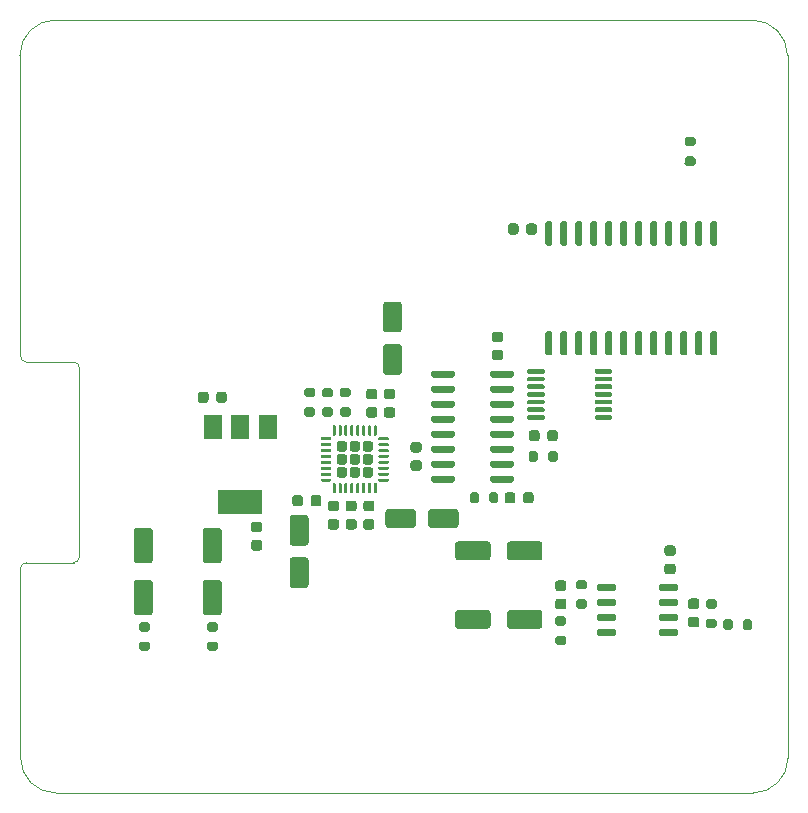
<source format=gtp>
G04 #@! TF.GenerationSoftware,KiCad,Pcbnew,5.1.9+dfsg1-1*
G04 #@! TF.CreationDate,2021-11-16T15:54:50+11:00*
G04 #@! TF.ProjectId,RAMPlatterHybrid,52414d50-6c61-4747-9465-724879627269,rev?*
G04 #@! TF.SameCoordinates,Original*
G04 #@! TF.FileFunction,Paste,Top*
G04 #@! TF.FilePolarity,Positive*
%FSLAX45Y45*%
G04 Gerber Fmt 4.5, Leading zero omitted, Abs format (unit mm)*
G04 Created by KiCad (PCBNEW 5.1.9+dfsg1-1) date 2021-11-16 15:54:50*
%MOMM*%
%LPD*%
G01*
G04 APERTURE LIST*
G04 #@! TA.AperFunction,Profile*
%ADD10C,0.100000*%
G04 #@! TD*
%ADD11R,3.800000X2.000000*%
%ADD12R,1.500000X2.000000*%
G04 APERTURE END LIST*
D10*
X20000000Y-9700000D02*
X19995000Y-8755000D01*
X26500000Y-9700000D02*
X26495000Y-8755000D01*
X20049913Y-13050000D02*
G75*
G03*
X20000000Y-13100000I87J-50000D01*
G01*
X20450000Y-13050000D02*
G75*
G03*
X20500000Y-13000000I0J50000D01*
G01*
X20000000Y-11300000D02*
G75*
G03*
X20050000Y-11350000I50000J0D01*
G01*
X20500000Y-11400000D02*
G75*
G03*
X20450000Y-11350000I-50000J0D01*
G01*
X20000000Y-9700000D02*
X20000000Y-11300000D01*
X26495000Y-8755000D02*
G75*
G03*
X26195000Y-8455000I-300000J0D01*
G01*
X26200000Y-15000000D02*
G75*
G03*
X26500000Y-14700000I0J300000D01*
G01*
X20000000Y-14700000D02*
G75*
G03*
X20300000Y-15000000I300000J0D01*
G01*
X20295000Y-8455000D02*
G75*
G03*
X19995000Y-8755000I0J-300000D01*
G01*
X26195000Y-8455000D02*
X20295000Y-8455000D01*
X20450000Y-13050000D02*
X20050000Y-13050000D01*
X20500000Y-11400000D02*
X20500000Y-13000000D01*
X20050000Y-11350000D02*
X20450000Y-11350000D01*
X26500000Y-14700000D02*
X26500000Y-9700000D01*
X20300000Y-15000000D02*
X26200000Y-15000000D01*
X20000000Y-13100000D02*
X20000000Y-14700000D01*
G36*
G01*
X24489000Y-11295000D02*
X24459000Y-11295000D01*
G75*
G02*
X24444000Y-11280000I0J15000D01*
G01*
X24444000Y-11105000D01*
G75*
G02*
X24459000Y-11090000I15000J0D01*
G01*
X24489000Y-11090000D01*
G75*
G02*
X24504000Y-11105000I0J-15000D01*
G01*
X24504000Y-11280000D01*
G75*
G02*
X24489000Y-11295000I-15000J0D01*
G01*
G37*
G36*
G01*
X24616000Y-11295000D02*
X24586000Y-11295000D01*
G75*
G02*
X24571000Y-11280000I0J15000D01*
G01*
X24571000Y-11105000D01*
G75*
G02*
X24586000Y-11090000I15000J0D01*
G01*
X24616000Y-11090000D01*
G75*
G02*
X24631000Y-11105000I0J-15000D01*
G01*
X24631000Y-11280000D01*
G75*
G02*
X24616000Y-11295000I-15000J0D01*
G01*
G37*
G36*
G01*
X24743000Y-11295000D02*
X24713000Y-11295000D01*
G75*
G02*
X24698000Y-11280000I0J15000D01*
G01*
X24698000Y-11105000D01*
G75*
G02*
X24713000Y-11090000I15000J0D01*
G01*
X24743000Y-11090000D01*
G75*
G02*
X24758000Y-11105000I0J-15000D01*
G01*
X24758000Y-11280000D01*
G75*
G02*
X24743000Y-11295000I-15000J0D01*
G01*
G37*
G36*
G01*
X24870000Y-11295000D02*
X24840000Y-11295000D01*
G75*
G02*
X24825000Y-11280000I0J15000D01*
G01*
X24825000Y-11105000D01*
G75*
G02*
X24840000Y-11090000I15000J0D01*
G01*
X24870000Y-11090000D01*
G75*
G02*
X24885000Y-11105000I0J-15000D01*
G01*
X24885000Y-11280000D01*
G75*
G02*
X24870000Y-11295000I-15000J0D01*
G01*
G37*
G36*
G01*
X24997000Y-11295000D02*
X24967000Y-11295000D01*
G75*
G02*
X24952000Y-11280000I0J15000D01*
G01*
X24952000Y-11105000D01*
G75*
G02*
X24967000Y-11090000I15000J0D01*
G01*
X24997000Y-11090000D01*
G75*
G02*
X25012000Y-11105000I0J-15000D01*
G01*
X25012000Y-11280000D01*
G75*
G02*
X24997000Y-11295000I-15000J0D01*
G01*
G37*
G36*
G01*
X25124000Y-11295000D02*
X25094000Y-11295000D01*
G75*
G02*
X25079000Y-11280000I0J15000D01*
G01*
X25079000Y-11105000D01*
G75*
G02*
X25094000Y-11090000I15000J0D01*
G01*
X25124000Y-11090000D01*
G75*
G02*
X25139000Y-11105000I0J-15000D01*
G01*
X25139000Y-11280000D01*
G75*
G02*
X25124000Y-11295000I-15000J0D01*
G01*
G37*
G36*
G01*
X25251000Y-11295000D02*
X25221000Y-11295000D01*
G75*
G02*
X25206000Y-11280000I0J15000D01*
G01*
X25206000Y-11105000D01*
G75*
G02*
X25221000Y-11090000I15000J0D01*
G01*
X25251000Y-11090000D01*
G75*
G02*
X25266000Y-11105000I0J-15000D01*
G01*
X25266000Y-11280000D01*
G75*
G02*
X25251000Y-11295000I-15000J0D01*
G01*
G37*
G36*
G01*
X25378000Y-11295000D02*
X25348000Y-11295000D01*
G75*
G02*
X25333000Y-11280000I0J15000D01*
G01*
X25333000Y-11105000D01*
G75*
G02*
X25348000Y-11090000I15000J0D01*
G01*
X25378000Y-11090000D01*
G75*
G02*
X25393000Y-11105000I0J-15000D01*
G01*
X25393000Y-11280000D01*
G75*
G02*
X25378000Y-11295000I-15000J0D01*
G01*
G37*
G36*
G01*
X25505000Y-11295000D02*
X25475000Y-11295000D01*
G75*
G02*
X25460000Y-11280000I0J15000D01*
G01*
X25460000Y-11105000D01*
G75*
G02*
X25475000Y-11090000I15000J0D01*
G01*
X25505000Y-11090000D01*
G75*
G02*
X25520000Y-11105000I0J-15000D01*
G01*
X25520000Y-11280000D01*
G75*
G02*
X25505000Y-11295000I-15000J0D01*
G01*
G37*
G36*
G01*
X25632000Y-11295000D02*
X25602000Y-11295000D01*
G75*
G02*
X25587000Y-11280000I0J15000D01*
G01*
X25587000Y-11105000D01*
G75*
G02*
X25602000Y-11090000I15000J0D01*
G01*
X25632000Y-11090000D01*
G75*
G02*
X25647000Y-11105000I0J-15000D01*
G01*
X25647000Y-11280000D01*
G75*
G02*
X25632000Y-11295000I-15000J0D01*
G01*
G37*
G36*
G01*
X25759000Y-11295000D02*
X25729000Y-11295000D01*
G75*
G02*
X25714000Y-11280000I0J15000D01*
G01*
X25714000Y-11105000D01*
G75*
G02*
X25729000Y-11090000I15000J0D01*
G01*
X25759000Y-11090000D01*
G75*
G02*
X25774000Y-11105000I0J-15000D01*
G01*
X25774000Y-11280000D01*
G75*
G02*
X25759000Y-11295000I-15000J0D01*
G01*
G37*
G36*
G01*
X25886000Y-11295000D02*
X25856000Y-11295000D01*
G75*
G02*
X25841000Y-11280000I0J15000D01*
G01*
X25841000Y-11105000D01*
G75*
G02*
X25856000Y-11090000I15000J0D01*
G01*
X25886000Y-11090000D01*
G75*
G02*
X25901000Y-11105000I0J-15000D01*
G01*
X25901000Y-11280000D01*
G75*
G02*
X25886000Y-11295000I-15000J0D01*
G01*
G37*
G36*
G01*
X25886000Y-10365000D02*
X25856000Y-10365000D01*
G75*
G02*
X25841000Y-10350000I0J15000D01*
G01*
X25841000Y-10175000D01*
G75*
G02*
X25856000Y-10160000I15000J0D01*
G01*
X25886000Y-10160000D01*
G75*
G02*
X25901000Y-10175000I0J-15000D01*
G01*
X25901000Y-10350000D01*
G75*
G02*
X25886000Y-10365000I-15000J0D01*
G01*
G37*
G36*
G01*
X25759000Y-10365000D02*
X25729000Y-10365000D01*
G75*
G02*
X25714000Y-10350000I0J15000D01*
G01*
X25714000Y-10175000D01*
G75*
G02*
X25729000Y-10160000I15000J0D01*
G01*
X25759000Y-10160000D01*
G75*
G02*
X25774000Y-10175000I0J-15000D01*
G01*
X25774000Y-10350000D01*
G75*
G02*
X25759000Y-10365000I-15000J0D01*
G01*
G37*
G36*
G01*
X25632000Y-10365000D02*
X25602000Y-10365000D01*
G75*
G02*
X25587000Y-10350000I0J15000D01*
G01*
X25587000Y-10175000D01*
G75*
G02*
X25602000Y-10160000I15000J0D01*
G01*
X25632000Y-10160000D01*
G75*
G02*
X25647000Y-10175000I0J-15000D01*
G01*
X25647000Y-10350000D01*
G75*
G02*
X25632000Y-10365000I-15000J0D01*
G01*
G37*
G36*
G01*
X25505000Y-10365000D02*
X25475000Y-10365000D01*
G75*
G02*
X25460000Y-10350000I0J15000D01*
G01*
X25460000Y-10175000D01*
G75*
G02*
X25475000Y-10160000I15000J0D01*
G01*
X25505000Y-10160000D01*
G75*
G02*
X25520000Y-10175000I0J-15000D01*
G01*
X25520000Y-10350000D01*
G75*
G02*
X25505000Y-10365000I-15000J0D01*
G01*
G37*
G36*
G01*
X25378000Y-10365000D02*
X25348000Y-10365000D01*
G75*
G02*
X25333000Y-10350000I0J15000D01*
G01*
X25333000Y-10175000D01*
G75*
G02*
X25348000Y-10160000I15000J0D01*
G01*
X25378000Y-10160000D01*
G75*
G02*
X25393000Y-10175000I0J-15000D01*
G01*
X25393000Y-10350000D01*
G75*
G02*
X25378000Y-10365000I-15000J0D01*
G01*
G37*
G36*
G01*
X25251000Y-10365000D02*
X25221000Y-10365000D01*
G75*
G02*
X25206000Y-10350000I0J15000D01*
G01*
X25206000Y-10175000D01*
G75*
G02*
X25221000Y-10160000I15000J0D01*
G01*
X25251000Y-10160000D01*
G75*
G02*
X25266000Y-10175000I0J-15000D01*
G01*
X25266000Y-10350000D01*
G75*
G02*
X25251000Y-10365000I-15000J0D01*
G01*
G37*
G36*
G01*
X25124000Y-10365000D02*
X25094000Y-10365000D01*
G75*
G02*
X25079000Y-10350000I0J15000D01*
G01*
X25079000Y-10175000D01*
G75*
G02*
X25094000Y-10160000I15000J0D01*
G01*
X25124000Y-10160000D01*
G75*
G02*
X25139000Y-10175000I0J-15000D01*
G01*
X25139000Y-10350000D01*
G75*
G02*
X25124000Y-10365000I-15000J0D01*
G01*
G37*
G36*
G01*
X24997000Y-10365000D02*
X24967000Y-10365000D01*
G75*
G02*
X24952000Y-10350000I0J15000D01*
G01*
X24952000Y-10175000D01*
G75*
G02*
X24967000Y-10160000I15000J0D01*
G01*
X24997000Y-10160000D01*
G75*
G02*
X25012000Y-10175000I0J-15000D01*
G01*
X25012000Y-10350000D01*
G75*
G02*
X24997000Y-10365000I-15000J0D01*
G01*
G37*
G36*
G01*
X24870000Y-10365000D02*
X24840000Y-10365000D01*
G75*
G02*
X24825000Y-10350000I0J15000D01*
G01*
X24825000Y-10175000D01*
G75*
G02*
X24840000Y-10160000I15000J0D01*
G01*
X24870000Y-10160000D01*
G75*
G02*
X24885000Y-10175000I0J-15000D01*
G01*
X24885000Y-10350000D01*
G75*
G02*
X24870000Y-10365000I-15000J0D01*
G01*
G37*
G36*
G01*
X24743000Y-10365000D02*
X24713000Y-10365000D01*
G75*
G02*
X24698000Y-10350000I0J15000D01*
G01*
X24698000Y-10175000D01*
G75*
G02*
X24713000Y-10160000I15000J0D01*
G01*
X24743000Y-10160000D01*
G75*
G02*
X24758000Y-10175000I0J-15000D01*
G01*
X24758000Y-10350000D01*
G75*
G02*
X24743000Y-10365000I-15000J0D01*
G01*
G37*
G36*
G01*
X24616000Y-10365000D02*
X24586000Y-10365000D01*
G75*
G02*
X24571000Y-10350000I0J15000D01*
G01*
X24571000Y-10175000D01*
G75*
G02*
X24586000Y-10160000I15000J0D01*
G01*
X24616000Y-10160000D01*
G75*
G02*
X24631000Y-10175000I0J-15000D01*
G01*
X24631000Y-10350000D01*
G75*
G02*
X24616000Y-10365000I-15000J0D01*
G01*
G37*
G36*
G01*
X24489000Y-10365000D02*
X24459000Y-10365000D01*
G75*
G02*
X24444000Y-10350000I0J15000D01*
G01*
X24444000Y-10175000D01*
G75*
G02*
X24459000Y-10160000I15000J0D01*
G01*
X24489000Y-10160000D01*
G75*
G02*
X24504000Y-10175000I0J-15000D01*
G01*
X24504000Y-10350000D01*
G75*
G02*
X24489000Y-10365000I-15000J0D01*
G01*
G37*
G36*
G01*
X21652500Y-13797500D02*
X21597500Y-13797500D01*
G75*
G02*
X21577500Y-13777500I0J20000D01*
G01*
X21577500Y-13737500D01*
G75*
G02*
X21597500Y-13717500I20000J0D01*
G01*
X21652500Y-13717500D01*
G75*
G02*
X21672500Y-13737500I0J-20000D01*
G01*
X21672500Y-13777500D01*
G75*
G02*
X21652500Y-13797500I-20000J0D01*
G01*
G37*
G36*
G01*
X21652500Y-13632500D02*
X21597500Y-13632500D01*
G75*
G02*
X21577500Y-13612500I0J20000D01*
G01*
X21577500Y-13572500D01*
G75*
G02*
X21597500Y-13552500I20000J0D01*
G01*
X21652500Y-13552500D01*
G75*
G02*
X21672500Y-13572500I0J-20000D01*
G01*
X21672500Y-13612500D01*
G75*
G02*
X21652500Y-13632500I-20000J0D01*
G01*
G37*
G36*
G01*
X21077500Y-13632500D02*
X21022500Y-13632500D01*
G75*
G02*
X21002500Y-13612500I0J20000D01*
G01*
X21002500Y-13572500D01*
G75*
G02*
X21022500Y-13552500I20000J0D01*
G01*
X21077500Y-13552500D01*
G75*
G02*
X21097500Y-13572500I0J-20000D01*
G01*
X21097500Y-13612500D01*
G75*
G02*
X21077500Y-13632500I-20000J0D01*
G01*
G37*
G36*
G01*
X21077500Y-13797500D02*
X21022500Y-13797500D01*
G75*
G02*
X21002500Y-13777500I0J20000D01*
G01*
X21002500Y-13737500D01*
G75*
G02*
X21022500Y-13717500I20000J0D01*
G01*
X21077500Y-13717500D01*
G75*
G02*
X21097500Y-13737500I0J-20000D01*
G01*
X21097500Y-13777500D01*
G75*
G02*
X21077500Y-13797500I-20000J0D01*
G01*
G37*
G36*
G01*
X22477500Y-11815000D02*
X22422500Y-11815000D01*
G75*
G02*
X22402500Y-11795000I0J20000D01*
G01*
X22402500Y-11755000D01*
G75*
G02*
X22422500Y-11735000I20000J0D01*
G01*
X22477500Y-11735000D01*
G75*
G02*
X22497500Y-11755000I0J-20000D01*
G01*
X22497500Y-11795000D01*
G75*
G02*
X22477500Y-11815000I-20000J0D01*
G01*
G37*
G36*
G01*
X22477500Y-11650000D02*
X22422500Y-11650000D01*
G75*
G02*
X22402500Y-11630000I0J20000D01*
G01*
X22402500Y-11590000D01*
G75*
G02*
X22422500Y-11570000I20000J0D01*
G01*
X22477500Y-11570000D01*
G75*
G02*
X22497500Y-11590000I0J-20000D01*
G01*
X22497500Y-11630000D01*
G75*
G02*
X22477500Y-11650000I-20000J0D01*
G01*
G37*
G36*
G01*
X25697500Y-9525000D02*
X25642500Y-9525000D01*
G75*
G02*
X25622500Y-9505000I0J20000D01*
G01*
X25622500Y-9465000D01*
G75*
G02*
X25642500Y-9445000I20000J0D01*
G01*
X25697500Y-9445000D01*
G75*
G02*
X25717500Y-9465000I0J-20000D01*
G01*
X25717500Y-9505000D01*
G75*
G02*
X25697500Y-9525000I-20000J0D01*
G01*
G37*
G36*
G01*
X25697500Y-9690000D02*
X25642500Y-9690000D01*
G75*
G02*
X25622500Y-9670000I0J20000D01*
G01*
X25622500Y-9630000D01*
G75*
G02*
X25642500Y-9610000I20000J0D01*
G01*
X25697500Y-9610000D01*
G75*
G02*
X25717500Y-9630000I0J-20000D01*
G01*
X25717500Y-9670000D01*
G75*
G02*
X25697500Y-9690000I-20000J0D01*
G01*
G37*
G36*
G01*
X22627500Y-11650000D02*
X22572500Y-11650000D01*
G75*
G02*
X22552500Y-11630000I0J20000D01*
G01*
X22552500Y-11590000D01*
G75*
G02*
X22572500Y-11570000I20000J0D01*
G01*
X22627500Y-11570000D01*
G75*
G02*
X22647500Y-11590000I0J-20000D01*
G01*
X22647500Y-11630000D01*
G75*
G02*
X22627500Y-11650000I-20000J0D01*
G01*
G37*
G36*
G01*
X22627500Y-11815000D02*
X22572500Y-11815000D01*
G75*
G02*
X22552500Y-11795000I0J20000D01*
G01*
X22552500Y-11755000D01*
G75*
G02*
X22572500Y-11735000I20000J0D01*
G01*
X22627500Y-11735000D01*
G75*
G02*
X22647500Y-11755000I0J-20000D01*
G01*
X22647500Y-11795000D01*
G75*
G02*
X22627500Y-11815000I-20000J0D01*
G01*
G37*
G36*
G01*
X22777500Y-11815000D02*
X22722500Y-11815000D01*
G75*
G02*
X22702500Y-11795000I0J20000D01*
G01*
X22702500Y-11755000D01*
G75*
G02*
X22722500Y-11735000I20000J0D01*
G01*
X22777500Y-11735000D01*
G75*
G02*
X22797500Y-11755000I0J-20000D01*
G01*
X22797500Y-11795000D01*
G75*
G02*
X22777500Y-11815000I-20000J0D01*
G01*
G37*
G36*
G01*
X22777500Y-11650000D02*
X22722500Y-11650000D01*
G75*
G02*
X22702500Y-11630000I0J20000D01*
G01*
X22702500Y-11590000D01*
G75*
G02*
X22722500Y-11570000I20000J0D01*
G01*
X22777500Y-11570000D01*
G75*
G02*
X22797500Y-11590000I0J-20000D01*
G01*
X22797500Y-11630000D01*
G75*
G02*
X22777500Y-11650000I-20000J0D01*
G01*
G37*
D11*
X21862500Y-12532500D03*
D12*
X21862500Y-11902500D03*
X21632500Y-11902500D03*
X22092500Y-11902500D03*
G36*
G01*
X23000000Y-11887500D02*
X23012500Y-11887500D01*
G75*
G02*
X23018750Y-11893750I0J-6250D01*
G01*
X23018750Y-11968750D01*
G75*
G02*
X23012500Y-11975000I-6250J0D01*
G01*
X23000000Y-11975000D01*
G75*
G02*
X22993750Y-11968750I0J6250D01*
G01*
X22993750Y-11893750D01*
G75*
G02*
X23000000Y-11887500I6250J0D01*
G01*
G37*
G36*
G01*
X22950000Y-11887500D02*
X22962500Y-11887500D01*
G75*
G02*
X22968750Y-11893750I0J-6250D01*
G01*
X22968750Y-11968750D01*
G75*
G02*
X22962500Y-11975000I-6250J0D01*
G01*
X22950000Y-11975000D01*
G75*
G02*
X22943750Y-11968750I0J6250D01*
G01*
X22943750Y-11893750D01*
G75*
G02*
X22950000Y-11887500I6250J0D01*
G01*
G37*
G36*
G01*
X22900000Y-11887500D02*
X22912500Y-11887500D01*
G75*
G02*
X22918750Y-11893750I0J-6250D01*
G01*
X22918750Y-11968750D01*
G75*
G02*
X22912500Y-11975000I-6250J0D01*
G01*
X22900000Y-11975000D01*
G75*
G02*
X22893750Y-11968750I0J6250D01*
G01*
X22893750Y-11893750D01*
G75*
G02*
X22900000Y-11887500I6250J0D01*
G01*
G37*
G36*
G01*
X22850000Y-11887500D02*
X22862500Y-11887500D01*
G75*
G02*
X22868750Y-11893750I0J-6250D01*
G01*
X22868750Y-11968750D01*
G75*
G02*
X22862500Y-11975000I-6250J0D01*
G01*
X22850000Y-11975000D01*
G75*
G02*
X22843750Y-11968750I0J6250D01*
G01*
X22843750Y-11893750D01*
G75*
G02*
X22850000Y-11887500I6250J0D01*
G01*
G37*
G36*
G01*
X22800000Y-11887500D02*
X22812500Y-11887500D01*
G75*
G02*
X22818750Y-11893750I0J-6250D01*
G01*
X22818750Y-11968750D01*
G75*
G02*
X22812500Y-11975000I-6250J0D01*
G01*
X22800000Y-11975000D01*
G75*
G02*
X22793750Y-11968750I0J6250D01*
G01*
X22793750Y-11893750D01*
G75*
G02*
X22800000Y-11887500I6250J0D01*
G01*
G37*
G36*
G01*
X22750000Y-11887500D02*
X22762500Y-11887500D01*
G75*
G02*
X22768750Y-11893750I0J-6250D01*
G01*
X22768750Y-11968750D01*
G75*
G02*
X22762500Y-11975000I-6250J0D01*
G01*
X22750000Y-11975000D01*
G75*
G02*
X22743750Y-11968750I0J6250D01*
G01*
X22743750Y-11893750D01*
G75*
G02*
X22750000Y-11887500I6250J0D01*
G01*
G37*
G36*
G01*
X22700000Y-11887500D02*
X22712500Y-11887500D01*
G75*
G02*
X22718750Y-11893750I0J-6250D01*
G01*
X22718750Y-11968750D01*
G75*
G02*
X22712500Y-11975000I-6250J0D01*
G01*
X22700000Y-11975000D01*
G75*
G02*
X22693750Y-11968750I0J6250D01*
G01*
X22693750Y-11893750D01*
G75*
G02*
X22700000Y-11887500I6250J0D01*
G01*
G37*
G36*
G01*
X22650000Y-11887500D02*
X22662500Y-11887500D01*
G75*
G02*
X22668750Y-11893750I0J-6250D01*
G01*
X22668750Y-11968750D01*
G75*
G02*
X22662500Y-11975000I-6250J0D01*
G01*
X22650000Y-11975000D01*
G75*
G02*
X22643750Y-11968750I0J6250D01*
G01*
X22643750Y-11893750D01*
G75*
G02*
X22650000Y-11887500I6250J0D01*
G01*
G37*
G36*
G01*
X22550000Y-11987500D02*
X22625000Y-11987500D01*
G75*
G02*
X22631250Y-11993750I0J-6250D01*
G01*
X22631250Y-12006250D01*
G75*
G02*
X22625000Y-12012500I-6250J0D01*
G01*
X22550000Y-12012500D01*
G75*
G02*
X22543750Y-12006250I0J6250D01*
G01*
X22543750Y-11993750D01*
G75*
G02*
X22550000Y-11987500I6250J0D01*
G01*
G37*
G36*
G01*
X22550000Y-12037500D02*
X22625000Y-12037500D01*
G75*
G02*
X22631250Y-12043750I0J-6250D01*
G01*
X22631250Y-12056250D01*
G75*
G02*
X22625000Y-12062500I-6250J0D01*
G01*
X22550000Y-12062500D01*
G75*
G02*
X22543750Y-12056250I0J6250D01*
G01*
X22543750Y-12043750D01*
G75*
G02*
X22550000Y-12037500I6250J0D01*
G01*
G37*
G36*
G01*
X22550000Y-12087500D02*
X22625000Y-12087500D01*
G75*
G02*
X22631250Y-12093750I0J-6250D01*
G01*
X22631250Y-12106250D01*
G75*
G02*
X22625000Y-12112500I-6250J0D01*
G01*
X22550000Y-12112500D01*
G75*
G02*
X22543750Y-12106250I0J6250D01*
G01*
X22543750Y-12093750D01*
G75*
G02*
X22550000Y-12087500I6250J0D01*
G01*
G37*
G36*
G01*
X22550000Y-12137500D02*
X22625000Y-12137500D01*
G75*
G02*
X22631250Y-12143750I0J-6250D01*
G01*
X22631250Y-12156250D01*
G75*
G02*
X22625000Y-12162500I-6250J0D01*
G01*
X22550000Y-12162500D01*
G75*
G02*
X22543750Y-12156250I0J6250D01*
G01*
X22543750Y-12143750D01*
G75*
G02*
X22550000Y-12137500I6250J0D01*
G01*
G37*
G36*
G01*
X22550000Y-12187500D02*
X22625000Y-12187500D01*
G75*
G02*
X22631250Y-12193750I0J-6250D01*
G01*
X22631250Y-12206250D01*
G75*
G02*
X22625000Y-12212500I-6250J0D01*
G01*
X22550000Y-12212500D01*
G75*
G02*
X22543750Y-12206250I0J6250D01*
G01*
X22543750Y-12193750D01*
G75*
G02*
X22550000Y-12187500I6250J0D01*
G01*
G37*
G36*
G01*
X22550000Y-12237500D02*
X22625000Y-12237500D01*
G75*
G02*
X22631250Y-12243750I0J-6250D01*
G01*
X22631250Y-12256250D01*
G75*
G02*
X22625000Y-12262500I-6250J0D01*
G01*
X22550000Y-12262500D01*
G75*
G02*
X22543750Y-12256250I0J6250D01*
G01*
X22543750Y-12243750D01*
G75*
G02*
X22550000Y-12237500I6250J0D01*
G01*
G37*
G36*
G01*
X22550000Y-12287500D02*
X22625000Y-12287500D01*
G75*
G02*
X22631250Y-12293750I0J-6250D01*
G01*
X22631250Y-12306250D01*
G75*
G02*
X22625000Y-12312500I-6250J0D01*
G01*
X22550000Y-12312500D01*
G75*
G02*
X22543750Y-12306250I0J6250D01*
G01*
X22543750Y-12293750D01*
G75*
G02*
X22550000Y-12287500I6250J0D01*
G01*
G37*
G36*
G01*
X22550000Y-12337500D02*
X22625000Y-12337500D01*
G75*
G02*
X22631250Y-12343750I0J-6250D01*
G01*
X22631250Y-12356250D01*
G75*
G02*
X22625000Y-12362500I-6250J0D01*
G01*
X22550000Y-12362500D01*
G75*
G02*
X22543750Y-12356250I0J6250D01*
G01*
X22543750Y-12343750D01*
G75*
G02*
X22550000Y-12337500I6250J0D01*
G01*
G37*
G36*
G01*
X22650000Y-12375000D02*
X22662500Y-12375000D01*
G75*
G02*
X22668750Y-12381250I0J-6250D01*
G01*
X22668750Y-12456250D01*
G75*
G02*
X22662500Y-12462500I-6250J0D01*
G01*
X22650000Y-12462500D01*
G75*
G02*
X22643750Y-12456250I0J6250D01*
G01*
X22643750Y-12381250D01*
G75*
G02*
X22650000Y-12375000I6250J0D01*
G01*
G37*
G36*
G01*
X22700000Y-12375000D02*
X22712500Y-12375000D01*
G75*
G02*
X22718750Y-12381250I0J-6250D01*
G01*
X22718750Y-12456250D01*
G75*
G02*
X22712500Y-12462500I-6250J0D01*
G01*
X22700000Y-12462500D01*
G75*
G02*
X22693750Y-12456250I0J6250D01*
G01*
X22693750Y-12381250D01*
G75*
G02*
X22700000Y-12375000I6250J0D01*
G01*
G37*
G36*
G01*
X22750000Y-12375000D02*
X22762500Y-12375000D01*
G75*
G02*
X22768750Y-12381250I0J-6250D01*
G01*
X22768750Y-12456250D01*
G75*
G02*
X22762500Y-12462500I-6250J0D01*
G01*
X22750000Y-12462500D01*
G75*
G02*
X22743750Y-12456250I0J6250D01*
G01*
X22743750Y-12381250D01*
G75*
G02*
X22750000Y-12375000I6250J0D01*
G01*
G37*
G36*
G01*
X22800000Y-12375000D02*
X22812500Y-12375000D01*
G75*
G02*
X22818750Y-12381250I0J-6250D01*
G01*
X22818750Y-12456250D01*
G75*
G02*
X22812500Y-12462500I-6250J0D01*
G01*
X22800000Y-12462500D01*
G75*
G02*
X22793750Y-12456250I0J6250D01*
G01*
X22793750Y-12381250D01*
G75*
G02*
X22800000Y-12375000I6250J0D01*
G01*
G37*
G36*
G01*
X22850000Y-12375000D02*
X22862500Y-12375000D01*
G75*
G02*
X22868750Y-12381250I0J-6250D01*
G01*
X22868750Y-12456250D01*
G75*
G02*
X22862500Y-12462500I-6250J0D01*
G01*
X22850000Y-12462500D01*
G75*
G02*
X22843750Y-12456250I0J6250D01*
G01*
X22843750Y-12381250D01*
G75*
G02*
X22850000Y-12375000I6250J0D01*
G01*
G37*
G36*
G01*
X22900000Y-12375000D02*
X22912500Y-12375000D01*
G75*
G02*
X22918750Y-12381250I0J-6250D01*
G01*
X22918750Y-12456250D01*
G75*
G02*
X22912500Y-12462500I-6250J0D01*
G01*
X22900000Y-12462500D01*
G75*
G02*
X22893750Y-12456250I0J6250D01*
G01*
X22893750Y-12381250D01*
G75*
G02*
X22900000Y-12375000I6250J0D01*
G01*
G37*
G36*
G01*
X22950000Y-12375000D02*
X22962500Y-12375000D01*
G75*
G02*
X22968750Y-12381250I0J-6250D01*
G01*
X22968750Y-12456250D01*
G75*
G02*
X22962500Y-12462500I-6250J0D01*
G01*
X22950000Y-12462500D01*
G75*
G02*
X22943750Y-12456250I0J6250D01*
G01*
X22943750Y-12381250D01*
G75*
G02*
X22950000Y-12375000I6250J0D01*
G01*
G37*
G36*
G01*
X23000000Y-12375000D02*
X23012500Y-12375000D01*
G75*
G02*
X23018750Y-12381250I0J-6250D01*
G01*
X23018750Y-12456250D01*
G75*
G02*
X23012500Y-12462500I-6250J0D01*
G01*
X23000000Y-12462500D01*
G75*
G02*
X22993750Y-12456250I0J6250D01*
G01*
X22993750Y-12381250D01*
G75*
G02*
X23000000Y-12375000I6250J0D01*
G01*
G37*
G36*
G01*
X23037500Y-12337500D02*
X23112500Y-12337500D01*
G75*
G02*
X23118750Y-12343750I0J-6250D01*
G01*
X23118750Y-12356250D01*
G75*
G02*
X23112500Y-12362500I-6250J0D01*
G01*
X23037500Y-12362500D01*
G75*
G02*
X23031250Y-12356250I0J6250D01*
G01*
X23031250Y-12343750D01*
G75*
G02*
X23037500Y-12337500I6250J0D01*
G01*
G37*
G36*
G01*
X23037500Y-12287500D02*
X23112500Y-12287500D01*
G75*
G02*
X23118750Y-12293750I0J-6250D01*
G01*
X23118750Y-12306250D01*
G75*
G02*
X23112500Y-12312500I-6250J0D01*
G01*
X23037500Y-12312500D01*
G75*
G02*
X23031250Y-12306250I0J6250D01*
G01*
X23031250Y-12293750D01*
G75*
G02*
X23037500Y-12287500I6250J0D01*
G01*
G37*
G36*
G01*
X23037500Y-12237500D02*
X23112500Y-12237500D01*
G75*
G02*
X23118750Y-12243750I0J-6250D01*
G01*
X23118750Y-12256250D01*
G75*
G02*
X23112500Y-12262500I-6250J0D01*
G01*
X23037500Y-12262500D01*
G75*
G02*
X23031250Y-12256250I0J6250D01*
G01*
X23031250Y-12243750D01*
G75*
G02*
X23037500Y-12237500I6250J0D01*
G01*
G37*
G36*
G01*
X23037500Y-12187500D02*
X23112500Y-12187500D01*
G75*
G02*
X23118750Y-12193750I0J-6250D01*
G01*
X23118750Y-12206250D01*
G75*
G02*
X23112500Y-12212500I-6250J0D01*
G01*
X23037500Y-12212500D01*
G75*
G02*
X23031250Y-12206250I0J6250D01*
G01*
X23031250Y-12193750D01*
G75*
G02*
X23037500Y-12187500I6250J0D01*
G01*
G37*
G36*
G01*
X23037500Y-12137500D02*
X23112500Y-12137500D01*
G75*
G02*
X23118750Y-12143750I0J-6250D01*
G01*
X23118750Y-12156250D01*
G75*
G02*
X23112500Y-12162500I-6250J0D01*
G01*
X23037500Y-12162500D01*
G75*
G02*
X23031250Y-12156250I0J6250D01*
G01*
X23031250Y-12143750D01*
G75*
G02*
X23037500Y-12137500I6250J0D01*
G01*
G37*
G36*
G01*
X23037500Y-12087500D02*
X23112500Y-12087500D01*
G75*
G02*
X23118750Y-12093750I0J-6250D01*
G01*
X23118750Y-12106250D01*
G75*
G02*
X23112500Y-12112500I-6250J0D01*
G01*
X23037500Y-12112500D01*
G75*
G02*
X23031250Y-12106250I0J6250D01*
G01*
X23031250Y-12093750D01*
G75*
G02*
X23037500Y-12087500I6250J0D01*
G01*
G37*
G36*
G01*
X23037500Y-12037500D02*
X23112500Y-12037500D01*
G75*
G02*
X23118750Y-12043750I0J-6250D01*
G01*
X23118750Y-12056250D01*
G75*
G02*
X23112500Y-12062500I-6250J0D01*
G01*
X23037500Y-12062500D01*
G75*
G02*
X23031250Y-12056250I0J6250D01*
G01*
X23031250Y-12043750D01*
G75*
G02*
X23037500Y-12037500I6250J0D01*
G01*
G37*
G36*
G01*
X23037500Y-11987500D02*
X23112500Y-11987500D01*
G75*
G02*
X23118750Y-11993750I0J-6250D01*
G01*
X23118750Y-12006250D01*
G75*
G02*
X23112500Y-12012500I-6250J0D01*
G01*
X23037500Y-12012500D01*
G75*
G02*
X23031250Y-12006250I0J6250D01*
G01*
X23031250Y-11993750D01*
G75*
G02*
X23037500Y-11987500I6250J0D01*
G01*
G37*
G36*
G01*
X22919000Y-12020500D02*
X22963500Y-12020500D01*
G75*
G02*
X22985750Y-12042750I0J-22250D01*
G01*
X22985750Y-12087250D01*
G75*
G02*
X22963500Y-12109500I-22250J0D01*
G01*
X22919000Y-12109500D01*
G75*
G02*
X22896750Y-12087250I0J22250D01*
G01*
X22896750Y-12042750D01*
G75*
G02*
X22919000Y-12020500I22250J0D01*
G01*
G37*
G36*
G01*
X22809000Y-12020500D02*
X22853500Y-12020500D01*
G75*
G02*
X22875750Y-12042750I0J-22250D01*
G01*
X22875750Y-12087250D01*
G75*
G02*
X22853500Y-12109500I-22250J0D01*
G01*
X22809000Y-12109500D01*
G75*
G02*
X22786750Y-12087250I0J22250D01*
G01*
X22786750Y-12042750D01*
G75*
G02*
X22809000Y-12020500I22250J0D01*
G01*
G37*
G36*
G01*
X22699000Y-12020500D02*
X22743500Y-12020500D01*
G75*
G02*
X22765750Y-12042750I0J-22250D01*
G01*
X22765750Y-12087250D01*
G75*
G02*
X22743500Y-12109500I-22250J0D01*
G01*
X22699000Y-12109500D01*
G75*
G02*
X22676750Y-12087250I0J22250D01*
G01*
X22676750Y-12042750D01*
G75*
G02*
X22699000Y-12020500I22250J0D01*
G01*
G37*
G36*
G01*
X22919000Y-12130500D02*
X22963500Y-12130500D01*
G75*
G02*
X22985750Y-12152750I0J-22250D01*
G01*
X22985750Y-12197250D01*
G75*
G02*
X22963500Y-12219500I-22250J0D01*
G01*
X22919000Y-12219500D01*
G75*
G02*
X22896750Y-12197250I0J22250D01*
G01*
X22896750Y-12152750D01*
G75*
G02*
X22919000Y-12130500I22250J0D01*
G01*
G37*
G36*
G01*
X22809000Y-12130500D02*
X22853500Y-12130500D01*
G75*
G02*
X22875750Y-12152750I0J-22250D01*
G01*
X22875750Y-12197250D01*
G75*
G02*
X22853500Y-12219500I-22250J0D01*
G01*
X22809000Y-12219500D01*
G75*
G02*
X22786750Y-12197250I0J22250D01*
G01*
X22786750Y-12152750D01*
G75*
G02*
X22809000Y-12130500I22250J0D01*
G01*
G37*
G36*
G01*
X22699000Y-12130500D02*
X22743500Y-12130500D01*
G75*
G02*
X22765750Y-12152750I0J-22250D01*
G01*
X22765750Y-12197250D01*
G75*
G02*
X22743500Y-12219500I-22250J0D01*
G01*
X22699000Y-12219500D01*
G75*
G02*
X22676750Y-12197250I0J22250D01*
G01*
X22676750Y-12152750D01*
G75*
G02*
X22699000Y-12130500I22250J0D01*
G01*
G37*
G36*
G01*
X22919000Y-12240500D02*
X22963500Y-12240500D01*
G75*
G02*
X22985750Y-12262750I0J-22250D01*
G01*
X22985750Y-12307250D01*
G75*
G02*
X22963500Y-12329500I-22250J0D01*
G01*
X22919000Y-12329500D01*
G75*
G02*
X22896750Y-12307250I0J22250D01*
G01*
X22896750Y-12262750D01*
G75*
G02*
X22919000Y-12240500I22250J0D01*
G01*
G37*
G36*
G01*
X22809000Y-12240500D02*
X22853500Y-12240500D01*
G75*
G02*
X22875750Y-12262750I0J-22250D01*
G01*
X22875750Y-12307250D01*
G75*
G02*
X22853500Y-12329500I-22250J0D01*
G01*
X22809000Y-12329500D01*
G75*
G02*
X22786750Y-12307250I0J22250D01*
G01*
X22786750Y-12262750D01*
G75*
G02*
X22809000Y-12240500I22250J0D01*
G01*
G37*
G36*
G01*
X22699000Y-12240500D02*
X22743500Y-12240500D01*
G75*
G02*
X22765750Y-12262750I0J-22250D01*
G01*
X22765750Y-12307250D01*
G75*
G02*
X22743500Y-12329500I-22250J0D01*
G01*
X22699000Y-12329500D01*
G75*
G02*
X22676750Y-12307250I0J22250D01*
G01*
X22676750Y-12262750D01*
G75*
G02*
X22699000Y-12240500I22250J0D01*
G01*
G37*
G36*
G01*
X25675000Y-13507500D02*
X25725000Y-13507500D01*
G75*
G02*
X25747500Y-13530000I0J-22500D01*
G01*
X25747500Y-13575000D01*
G75*
G02*
X25725000Y-13597500I-22500J0D01*
G01*
X25675000Y-13597500D01*
G75*
G02*
X25652500Y-13575000I0J22500D01*
G01*
X25652500Y-13530000D01*
G75*
G02*
X25675000Y-13507500I22500J0D01*
G01*
G37*
G36*
G01*
X25675000Y-13352500D02*
X25725000Y-13352500D01*
G75*
G02*
X25747500Y-13375000I0J-22500D01*
G01*
X25747500Y-13420000D01*
G75*
G02*
X25725000Y-13442500I-22500J0D01*
G01*
X25675000Y-13442500D01*
G75*
G02*
X25652500Y-13420000I0J22500D01*
G01*
X25652500Y-13375000D01*
G75*
G02*
X25675000Y-13352500I22500J0D01*
G01*
G37*
G36*
G01*
X24550000Y-13200000D02*
X24600000Y-13200000D01*
G75*
G02*
X24622500Y-13222500I0J-22500D01*
G01*
X24622500Y-13267500D01*
G75*
G02*
X24600000Y-13290000I-22500J0D01*
G01*
X24550000Y-13290000D01*
G75*
G02*
X24527500Y-13267500I0J22500D01*
G01*
X24527500Y-13222500D01*
G75*
G02*
X24550000Y-13200000I22500J0D01*
G01*
G37*
G36*
G01*
X24550000Y-13355000D02*
X24600000Y-13355000D01*
G75*
G02*
X24622500Y-13377500I0J-22500D01*
G01*
X24622500Y-13422500D01*
G75*
G02*
X24600000Y-13445000I-22500J0D01*
G01*
X24550000Y-13445000D01*
G75*
G02*
X24527500Y-13422500I0J22500D01*
G01*
X24527500Y-13377500D01*
G75*
G02*
X24550000Y-13355000I22500J0D01*
G01*
G37*
G36*
G01*
X21592500Y-11625000D02*
X21592500Y-11675000D01*
G75*
G02*
X21570000Y-11697500I-22500J0D01*
G01*
X21525000Y-11697500D01*
G75*
G02*
X21502500Y-11675000I0J22500D01*
G01*
X21502500Y-11625000D01*
G75*
G02*
X21525000Y-11602500I22500J0D01*
G01*
X21570000Y-11602500D01*
G75*
G02*
X21592500Y-11625000I0J-22500D01*
G01*
G37*
G36*
G01*
X21747500Y-11625000D02*
X21747500Y-11675000D01*
G75*
G02*
X21725000Y-11697500I-22500J0D01*
G01*
X21680000Y-11697500D01*
G75*
G02*
X21657500Y-11675000I0J22500D01*
G01*
X21657500Y-11625000D01*
G75*
G02*
X21680000Y-11602500I22500J0D01*
G01*
X21725000Y-11602500D01*
G75*
G02*
X21747500Y-11625000I0J-22500D01*
G01*
G37*
G36*
G01*
X22625000Y-12525000D02*
X22675000Y-12525000D01*
G75*
G02*
X22697500Y-12547500I0J-22500D01*
G01*
X22697500Y-12592500D01*
G75*
G02*
X22675000Y-12615000I-22500J0D01*
G01*
X22625000Y-12615000D01*
G75*
G02*
X22602500Y-12592500I0J22500D01*
G01*
X22602500Y-12547500D01*
G75*
G02*
X22625000Y-12525000I22500J0D01*
G01*
G37*
G36*
G01*
X22625000Y-12680000D02*
X22675000Y-12680000D01*
G75*
G02*
X22697500Y-12702500I0J-22500D01*
G01*
X22697500Y-12747500D01*
G75*
G02*
X22675000Y-12770000I-22500J0D01*
G01*
X22625000Y-12770000D01*
G75*
G02*
X22602500Y-12747500I0J22500D01*
G01*
X22602500Y-12702500D01*
G75*
G02*
X22625000Y-12680000I22500J0D01*
G01*
G37*
G36*
G01*
X22392500Y-12500000D02*
X22392500Y-12550000D01*
G75*
G02*
X22370000Y-12572500I-22500J0D01*
G01*
X22325000Y-12572500D01*
G75*
G02*
X22302500Y-12550000I0J22500D01*
G01*
X22302500Y-12500000D01*
G75*
G02*
X22325000Y-12477500I22500J0D01*
G01*
X22370000Y-12477500D01*
G75*
G02*
X22392500Y-12500000I0J-22500D01*
G01*
G37*
G36*
G01*
X22547500Y-12500000D02*
X22547500Y-12550000D01*
G75*
G02*
X22525000Y-12572500I-22500J0D01*
G01*
X22480000Y-12572500D01*
G75*
G02*
X22457500Y-12550000I0J22500D01*
G01*
X22457500Y-12500000D01*
G75*
G02*
X22480000Y-12477500I22500J0D01*
G01*
X22525000Y-12477500D01*
G75*
G02*
X22547500Y-12500000I0J-22500D01*
G01*
G37*
G36*
G01*
X21975000Y-12702500D02*
X22025000Y-12702500D01*
G75*
G02*
X22047500Y-12725000I0J-22500D01*
G01*
X22047500Y-12770000D01*
G75*
G02*
X22025000Y-12792500I-22500J0D01*
G01*
X21975000Y-12792500D01*
G75*
G02*
X21952500Y-12770000I0J22500D01*
G01*
X21952500Y-12725000D01*
G75*
G02*
X21975000Y-12702500I22500J0D01*
G01*
G37*
G36*
G01*
X21975000Y-12857500D02*
X22025000Y-12857500D01*
G75*
G02*
X22047500Y-12880000I0J-22500D01*
G01*
X22047500Y-12925000D01*
G75*
G02*
X22025000Y-12947500I-22500J0D01*
G01*
X21975000Y-12947500D01*
G75*
G02*
X21952500Y-12925000I0J22500D01*
G01*
X21952500Y-12880000D01*
G75*
G02*
X21975000Y-12857500I22500J0D01*
G01*
G37*
G36*
G01*
X23150000Y-11667500D02*
X23100000Y-11667500D01*
G75*
G02*
X23077500Y-11645000I0J22500D01*
G01*
X23077500Y-11600000D01*
G75*
G02*
X23100000Y-11577500I22500J0D01*
G01*
X23150000Y-11577500D01*
G75*
G02*
X23172500Y-11600000I0J-22500D01*
G01*
X23172500Y-11645000D01*
G75*
G02*
X23150000Y-11667500I-22500J0D01*
G01*
G37*
G36*
G01*
X23150000Y-11822500D02*
X23100000Y-11822500D01*
G75*
G02*
X23077500Y-11800000I0J22500D01*
G01*
X23077500Y-11755000D01*
G75*
G02*
X23100000Y-11732500I22500J0D01*
G01*
X23150000Y-11732500D01*
G75*
G02*
X23172500Y-11755000I0J-22500D01*
G01*
X23172500Y-11800000D01*
G75*
G02*
X23150000Y-11822500I-22500J0D01*
G01*
G37*
G36*
G01*
X23000000Y-11822500D02*
X22950000Y-11822500D01*
G75*
G02*
X22927500Y-11800000I0J22500D01*
G01*
X22927500Y-11755000D01*
G75*
G02*
X22950000Y-11732500I22500J0D01*
G01*
X23000000Y-11732500D01*
G75*
G02*
X23022500Y-11755000I0J-22500D01*
G01*
X23022500Y-11800000D01*
G75*
G02*
X23000000Y-11822500I-22500J0D01*
G01*
G37*
G36*
G01*
X23000000Y-11667500D02*
X22950000Y-11667500D01*
G75*
G02*
X22927500Y-11645000I0J22500D01*
G01*
X22927500Y-11600000D01*
G75*
G02*
X22950000Y-11577500I22500J0D01*
G01*
X23000000Y-11577500D01*
G75*
G02*
X23022500Y-11600000I0J-22500D01*
G01*
X23022500Y-11645000D01*
G75*
G02*
X23000000Y-11667500I-22500J0D01*
G01*
G37*
G36*
G01*
X22925000Y-12525000D02*
X22975000Y-12525000D01*
G75*
G02*
X22997500Y-12547500I0J-22500D01*
G01*
X22997500Y-12592500D01*
G75*
G02*
X22975000Y-12615000I-22500J0D01*
G01*
X22925000Y-12615000D01*
G75*
G02*
X22902500Y-12592500I0J22500D01*
G01*
X22902500Y-12547500D01*
G75*
G02*
X22925000Y-12525000I22500J0D01*
G01*
G37*
G36*
G01*
X22925000Y-12680000D02*
X22975000Y-12680000D01*
G75*
G02*
X22997500Y-12702500I0J-22500D01*
G01*
X22997500Y-12747500D01*
G75*
G02*
X22975000Y-12770000I-22500J0D01*
G01*
X22925000Y-12770000D01*
G75*
G02*
X22902500Y-12747500I0J22500D01*
G01*
X22902500Y-12702500D01*
G75*
G02*
X22925000Y-12680000I22500J0D01*
G01*
G37*
G36*
G01*
X22775000Y-12525000D02*
X22825000Y-12525000D01*
G75*
G02*
X22847500Y-12547500I0J-22500D01*
G01*
X22847500Y-12592500D01*
G75*
G02*
X22825000Y-12615000I-22500J0D01*
G01*
X22775000Y-12615000D01*
G75*
G02*
X22752500Y-12592500I0J22500D01*
G01*
X22752500Y-12547500D01*
G75*
G02*
X22775000Y-12525000I22500J0D01*
G01*
G37*
G36*
G01*
X22775000Y-12680000D02*
X22825000Y-12680000D01*
G75*
G02*
X22847500Y-12702500I0J-22500D01*
G01*
X22847500Y-12747500D01*
G75*
G02*
X22825000Y-12770000I-22500J0D01*
G01*
X22775000Y-12770000D01*
G75*
G02*
X22752500Y-12747500I0J22500D01*
G01*
X22752500Y-12702500D01*
G75*
G02*
X22775000Y-12680000I22500J0D01*
G01*
G37*
G36*
G01*
X25475000Y-13057500D02*
X25525000Y-13057500D01*
G75*
G02*
X25547500Y-13080000I0J-22500D01*
G01*
X25547500Y-13125000D01*
G75*
G02*
X25525000Y-13147500I-22500J0D01*
G01*
X25475000Y-13147500D01*
G75*
G02*
X25452500Y-13125000I0J22500D01*
G01*
X25452500Y-13080000D01*
G75*
G02*
X25475000Y-13057500I22500J0D01*
G01*
G37*
G36*
G01*
X25475000Y-12902500D02*
X25525000Y-12902500D01*
G75*
G02*
X25547500Y-12925000I0J-22500D01*
G01*
X25547500Y-12970000D01*
G75*
G02*
X25525000Y-12992500I-22500J0D01*
G01*
X25475000Y-12992500D01*
G75*
G02*
X25452500Y-12970000I0J22500D01*
G01*
X25452500Y-12925000D01*
G75*
G02*
X25475000Y-12902500I22500J0D01*
G01*
G37*
G36*
G01*
X26032500Y-13547500D02*
X26032500Y-13602500D01*
G75*
G02*
X26012500Y-13622500I-20000J0D01*
G01*
X25972500Y-13622500D01*
G75*
G02*
X25952500Y-13602500I0J20000D01*
G01*
X25952500Y-13547500D01*
G75*
G02*
X25972500Y-13527500I20000J0D01*
G01*
X26012500Y-13527500D01*
G75*
G02*
X26032500Y-13547500I0J-20000D01*
G01*
G37*
G36*
G01*
X26197500Y-13547500D02*
X26197500Y-13602500D01*
G75*
G02*
X26177500Y-13622500I-20000J0D01*
G01*
X26137500Y-13622500D01*
G75*
G02*
X26117500Y-13602500I0J20000D01*
G01*
X26117500Y-13547500D01*
G75*
G02*
X26137500Y-13527500I20000J0D01*
G01*
X26177500Y-13527500D01*
G75*
G02*
X26197500Y-13547500I0J-20000D01*
G01*
G37*
G36*
G01*
X24602500Y-13747500D02*
X24547500Y-13747500D01*
G75*
G02*
X24527500Y-13727500I0J20000D01*
G01*
X24527500Y-13687500D01*
G75*
G02*
X24547500Y-13667500I20000J0D01*
G01*
X24602500Y-13667500D01*
G75*
G02*
X24622500Y-13687500I0J-20000D01*
G01*
X24622500Y-13727500D01*
G75*
G02*
X24602500Y-13747500I-20000J0D01*
G01*
G37*
G36*
G01*
X24602500Y-13582500D02*
X24547500Y-13582500D01*
G75*
G02*
X24527500Y-13562500I0J20000D01*
G01*
X24527500Y-13522500D01*
G75*
G02*
X24547500Y-13502500I20000J0D01*
G01*
X24602500Y-13502500D01*
G75*
G02*
X24622500Y-13522500I0J-20000D01*
G01*
X24622500Y-13562500D01*
G75*
G02*
X24602500Y-13582500I-20000J0D01*
G01*
G37*
G36*
G01*
X25822500Y-13360000D02*
X25877500Y-13360000D01*
G75*
G02*
X25897500Y-13380000I0J-20000D01*
G01*
X25897500Y-13420000D01*
G75*
G02*
X25877500Y-13440000I-20000J0D01*
G01*
X25822500Y-13440000D01*
G75*
G02*
X25802500Y-13420000I0J20000D01*
G01*
X25802500Y-13380000D01*
G75*
G02*
X25822500Y-13360000I20000J0D01*
G01*
G37*
G36*
G01*
X25822500Y-13525000D02*
X25877500Y-13525000D01*
G75*
G02*
X25897500Y-13545000I0J-20000D01*
G01*
X25897500Y-13585000D01*
G75*
G02*
X25877500Y-13605000I-20000J0D01*
G01*
X25822500Y-13605000D01*
G75*
G02*
X25802500Y-13585000I0J20000D01*
G01*
X25802500Y-13545000D01*
G75*
G02*
X25822500Y-13525000I20000J0D01*
G01*
G37*
G36*
G01*
X24722500Y-13360000D02*
X24777500Y-13360000D01*
G75*
G02*
X24797500Y-13380000I0J-20000D01*
G01*
X24797500Y-13420000D01*
G75*
G02*
X24777500Y-13440000I-20000J0D01*
G01*
X24722500Y-13440000D01*
G75*
G02*
X24702500Y-13420000I0J20000D01*
G01*
X24702500Y-13380000D01*
G75*
G02*
X24722500Y-13360000I20000J0D01*
G01*
G37*
G36*
G01*
X24722500Y-13195000D02*
X24777500Y-13195000D01*
G75*
G02*
X24797500Y-13215000I0J-20000D01*
G01*
X24797500Y-13255000D01*
G75*
G02*
X24777500Y-13275000I-20000J0D01*
G01*
X24722500Y-13275000D01*
G75*
G02*
X24702500Y-13255000I0J20000D01*
G01*
X24702500Y-13215000D01*
G75*
G02*
X24722500Y-13195000I20000J0D01*
G01*
G37*
G36*
G01*
X24460000Y-12000000D02*
X24460000Y-11950000D01*
G75*
G02*
X24482500Y-11927500I22500J0D01*
G01*
X24527500Y-11927500D01*
G75*
G02*
X24550000Y-11950000I0J-22500D01*
G01*
X24550000Y-12000000D01*
G75*
G02*
X24527500Y-12022500I-22500J0D01*
G01*
X24482500Y-12022500D01*
G75*
G02*
X24460000Y-12000000I0J22500D01*
G01*
G37*
G36*
G01*
X24305000Y-12000000D02*
X24305000Y-11950000D01*
G75*
G02*
X24327500Y-11927500I22500J0D01*
G01*
X24372500Y-11927500D01*
G75*
G02*
X24395000Y-11950000I0J-22500D01*
G01*
X24395000Y-12000000D01*
G75*
G02*
X24372500Y-12022500I-22500J0D01*
G01*
X24327500Y-12022500D01*
G75*
G02*
X24305000Y-12000000I0J22500D01*
G01*
G37*
G36*
G01*
X24880000Y-13274500D02*
X24880000Y-13244500D01*
G75*
G02*
X24895000Y-13229500I15000J0D01*
G01*
X25030000Y-13229500D01*
G75*
G02*
X25045000Y-13244500I0J-15000D01*
G01*
X25045000Y-13274500D01*
G75*
G02*
X25030000Y-13289500I-15000J0D01*
G01*
X24895000Y-13289500D01*
G75*
G02*
X24880000Y-13274500I0J15000D01*
G01*
G37*
G36*
G01*
X24880000Y-13401500D02*
X24880000Y-13371500D01*
G75*
G02*
X24895000Y-13356500I15000J0D01*
G01*
X25030000Y-13356500D01*
G75*
G02*
X25045000Y-13371500I0J-15000D01*
G01*
X25045000Y-13401500D01*
G75*
G02*
X25030000Y-13416500I-15000J0D01*
G01*
X24895000Y-13416500D01*
G75*
G02*
X24880000Y-13401500I0J15000D01*
G01*
G37*
G36*
G01*
X24880000Y-13528500D02*
X24880000Y-13498500D01*
G75*
G02*
X24895000Y-13483500I15000J0D01*
G01*
X25030000Y-13483500D01*
G75*
G02*
X25045000Y-13498500I0J-15000D01*
G01*
X25045000Y-13528500D01*
G75*
G02*
X25030000Y-13543500I-15000J0D01*
G01*
X24895000Y-13543500D01*
G75*
G02*
X24880000Y-13528500I0J15000D01*
G01*
G37*
G36*
G01*
X24880000Y-13655500D02*
X24880000Y-13625500D01*
G75*
G02*
X24895000Y-13610500I15000J0D01*
G01*
X25030000Y-13610500D01*
G75*
G02*
X25045000Y-13625500I0J-15000D01*
G01*
X25045000Y-13655500D01*
G75*
G02*
X25030000Y-13670500I-15000J0D01*
G01*
X24895000Y-13670500D01*
G75*
G02*
X24880000Y-13655500I0J15000D01*
G01*
G37*
G36*
G01*
X25405000Y-13655500D02*
X25405000Y-13625500D01*
G75*
G02*
X25420000Y-13610500I15000J0D01*
G01*
X25555000Y-13610500D01*
G75*
G02*
X25570000Y-13625500I0J-15000D01*
G01*
X25570000Y-13655500D01*
G75*
G02*
X25555000Y-13670500I-15000J0D01*
G01*
X25420000Y-13670500D01*
G75*
G02*
X25405000Y-13655500I0J15000D01*
G01*
G37*
G36*
G01*
X25405000Y-13528500D02*
X25405000Y-13498500D01*
G75*
G02*
X25420000Y-13483500I15000J0D01*
G01*
X25555000Y-13483500D01*
G75*
G02*
X25570000Y-13498500I0J-15000D01*
G01*
X25570000Y-13528500D01*
G75*
G02*
X25555000Y-13543500I-15000J0D01*
G01*
X25420000Y-13543500D01*
G75*
G02*
X25405000Y-13528500I0J15000D01*
G01*
G37*
G36*
G01*
X25405000Y-13401500D02*
X25405000Y-13371500D01*
G75*
G02*
X25420000Y-13356500I15000J0D01*
G01*
X25555000Y-13356500D01*
G75*
G02*
X25570000Y-13371500I0J-15000D01*
G01*
X25570000Y-13401500D01*
G75*
G02*
X25555000Y-13416500I-15000J0D01*
G01*
X25420000Y-13416500D01*
G75*
G02*
X25405000Y-13401500I0J15000D01*
G01*
G37*
G36*
G01*
X25405000Y-13274500D02*
X25405000Y-13244500D01*
G75*
G02*
X25420000Y-13229500I15000J0D01*
G01*
X25555000Y-13229500D01*
G75*
G02*
X25570000Y-13244500I0J-15000D01*
G01*
X25570000Y-13274500D01*
G75*
G02*
X25555000Y-13289500I-15000J0D01*
G01*
X25420000Y-13289500D01*
G75*
G02*
X25405000Y-13274500I0J15000D01*
G01*
G37*
G36*
G01*
X25010000Y-11810000D02*
X25010000Y-11830000D01*
G75*
G02*
X25000000Y-11840000I-10000J0D01*
G01*
X24872500Y-11840000D01*
G75*
G02*
X24862500Y-11830000I0J10000D01*
G01*
X24862500Y-11810000D01*
G75*
G02*
X24872500Y-11800000I10000J0D01*
G01*
X25000000Y-11800000D01*
G75*
G02*
X25010000Y-11810000I0J-10000D01*
G01*
G37*
G36*
G01*
X25010000Y-11745000D02*
X25010000Y-11765000D01*
G75*
G02*
X25000000Y-11775000I-10000J0D01*
G01*
X24872500Y-11775000D01*
G75*
G02*
X24862500Y-11765000I0J10000D01*
G01*
X24862500Y-11745000D01*
G75*
G02*
X24872500Y-11735000I10000J0D01*
G01*
X25000000Y-11735000D01*
G75*
G02*
X25010000Y-11745000I0J-10000D01*
G01*
G37*
G36*
G01*
X25010000Y-11680000D02*
X25010000Y-11700000D01*
G75*
G02*
X25000000Y-11710000I-10000J0D01*
G01*
X24872500Y-11710000D01*
G75*
G02*
X24862500Y-11700000I0J10000D01*
G01*
X24862500Y-11680000D01*
G75*
G02*
X24872500Y-11670000I10000J0D01*
G01*
X25000000Y-11670000D01*
G75*
G02*
X25010000Y-11680000I0J-10000D01*
G01*
G37*
G36*
G01*
X25010000Y-11615000D02*
X25010000Y-11635000D01*
G75*
G02*
X25000000Y-11645000I-10000J0D01*
G01*
X24872500Y-11645000D01*
G75*
G02*
X24862500Y-11635000I0J10000D01*
G01*
X24862500Y-11615000D01*
G75*
G02*
X24872500Y-11605000I10000J0D01*
G01*
X25000000Y-11605000D01*
G75*
G02*
X25010000Y-11615000I0J-10000D01*
G01*
G37*
G36*
G01*
X25010000Y-11550000D02*
X25010000Y-11570000D01*
G75*
G02*
X25000000Y-11580000I-10000J0D01*
G01*
X24872500Y-11580000D01*
G75*
G02*
X24862500Y-11570000I0J10000D01*
G01*
X24862500Y-11550000D01*
G75*
G02*
X24872500Y-11540000I10000J0D01*
G01*
X25000000Y-11540000D01*
G75*
G02*
X25010000Y-11550000I0J-10000D01*
G01*
G37*
G36*
G01*
X25010000Y-11485000D02*
X25010000Y-11505000D01*
G75*
G02*
X25000000Y-11515000I-10000J0D01*
G01*
X24872500Y-11515000D01*
G75*
G02*
X24862500Y-11505000I0J10000D01*
G01*
X24862500Y-11485000D01*
G75*
G02*
X24872500Y-11475000I10000J0D01*
G01*
X25000000Y-11475000D01*
G75*
G02*
X25010000Y-11485000I0J-10000D01*
G01*
G37*
G36*
G01*
X25010000Y-11420000D02*
X25010000Y-11440000D01*
G75*
G02*
X25000000Y-11450000I-10000J0D01*
G01*
X24872500Y-11450000D01*
G75*
G02*
X24862500Y-11440000I0J10000D01*
G01*
X24862500Y-11420000D01*
G75*
G02*
X24872500Y-11410000I10000J0D01*
G01*
X25000000Y-11410000D01*
G75*
G02*
X25010000Y-11420000I0J-10000D01*
G01*
G37*
G36*
G01*
X24437500Y-11420000D02*
X24437500Y-11440000D01*
G75*
G02*
X24427500Y-11450000I-10000J0D01*
G01*
X24300000Y-11450000D01*
G75*
G02*
X24290000Y-11440000I0J10000D01*
G01*
X24290000Y-11420000D01*
G75*
G02*
X24300000Y-11410000I10000J0D01*
G01*
X24427500Y-11410000D01*
G75*
G02*
X24437500Y-11420000I0J-10000D01*
G01*
G37*
G36*
G01*
X24437500Y-11485000D02*
X24437500Y-11505000D01*
G75*
G02*
X24427500Y-11515000I-10000J0D01*
G01*
X24300000Y-11515000D01*
G75*
G02*
X24290000Y-11505000I0J10000D01*
G01*
X24290000Y-11485000D01*
G75*
G02*
X24300000Y-11475000I10000J0D01*
G01*
X24427500Y-11475000D01*
G75*
G02*
X24437500Y-11485000I0J-10000D01*
G01*
G37*
G36*
G01*
X24437500Y-11550000D02*
X24437500Y-11570000D01*
G75*
G02*
X24427500Y-11580000I-10000J0D01*
G01*
X24300000Y-11580000D01*
G75*
G02*
X24290000Y-11570000I0J10000D01*
G01*
X24290000Y-11550000D01*
G75*
G02*
X24300000Y-11540000I10000J0D01*
G01*
X24427500Y-11540000D01*
G75*
G02*
X24437500Y-11550000I0J-10000D01*
G01*
G37*
G36*
G01*
X24437500Y-11615000D02*
X24437500Y-11635000D01*
G75*
G02*
X24427500Y-11645000I-10000J0D01*
G01*
X24300000Y-11645000D01*
G75*
G02*
X24290000Y-11635000I0J10000D01*
G01*
X24290000Y-11615000D01*
G75*
G02*
X24300000Y-11605000I10000J0D01*
G01*
X24427500Y-11605000D01*
G75*
G02*
X24437500Y-11615000I0J-10000D01*
G01*
G37*
G36*
G01*
X24437500Y-11680000D02*
X24437500Y-11700000D01*
G75*
G02*
X24427500Y-11710000I-10000J0D01*
G01*
X24300000Y-11710000D01*
G75*
G02*
X24290000Y-11700000I0J10000D01*
G01*
X24290000Y-11680000D01*
G75*
G02*
X24300000Y-11670000I10000J0D01*
G01*
X24427500Y-11670000D01*
G75*
G02*
X24437500Y-11680000I0J-10000D01*
G01*
G37*
G36*
G01*
X24437500Y-11745000D02*
X24437500Y-11765000D01*
G75*
G02*
X24427500Y-11775000I-10000J0D01*
G01*
X24300000Y-11775000D01*
G75*
G02*
X24290000Y-11765000I0J10000D01*
G01*
X24290000Y-11745000D01*
G75*
G02*
X24300000Y-11735000I10000J0D01*
G01*
X24427500Y-11735000D01*
G75*
G02*
X24437500Y-11745000I0J-10000D01*
G01*
G37*
G36*
G01*
X24437500Y-11810000D02*
X24437500Y-11830000D01*
G75*
G02*
X24427500Y-11840000I-10000J0D01*
G01*
X24300000Y-11840000D01*
G75*
G02*
X24290000Y-11830000I0J10000D01*
G01*
X24290000Y-11810000D01*
G75*
G02*
X24300000Y-11800000I10000J0D01*
G01*
X24427500Y-11800000D01*
G75*
G02*
X24437500Y-11810000I0J-10000D01*
G01*
G37*
G36*
G01*
X24190000Y-12475000D02*
X24190000Y-12525000D01*
G75*
G02*
X24167500Y-12547500I-22500J0D01*
G01*
X24122500Y-12547500D01*
G75*
G02*
X24100000Y-12525000I0J22500D01*
G01*
X24100000Y-12475000D01*
G75*
G02*
X24122500Y-12452500I22500J0D01*
G01*
X24167500Y-12452500D01*
G75*
G02*
X24190000Y-12475000I0J-22500D01*
G01*
G37*
G36*
G01*
X24345000Y-12475000D02*
X24345000Y-12525000D01*
G75*
G02*
X24322500Y-12547500I-22500J0D01*
G01*
X24277500Y-12547500D01*
G75*
G02*
X24255000Y-12525000I0J22500D01*
G01*
X24255000Y-12475000D01*
G75*
G02*
X24277500Y-12452500I22500J0D01*
G01*
X24322500Y-12452500D01*
G75*
G02*
X24345000Y-12475000I0J-22500D01*
G01*
G37*
G36*
G01*
X24065000Y-11337500D02*
X24015000Y-11337500D01*
G75*
G02*
X23992500Y-11315000I0J22500D01*
G01*
X23992500Y-11270000D01*
G75*
G02*
X24015000Y-11247500I22500J0D01*
G01*
X24065000Y-11247500D01*
G75*
G02*
X24087500Y-11270000I0J-22500D01*
G01*
X24087500Y-11315000D01*
G75*
G02*
X24065000Y-11337500I-22500J0D01*
G01*
G37*
G36*
G01*
X24065000Y-11182500D02*
X24015000Y-11182500D01*
G75*
G02*
X23992500Y-11160000I0J22500D01*
G01*
X23992500Y-11115000D01*
G75*
G02*
X24015000Y-11092500I22500J0D01*
G01*
X24065000Y-11092500D01*
G75*
G02*
X24087500Y-11115000I0J-22500D01*
G01*
X24087500Y-11160000D01*
G75*
G02*
X24065000Y-11182500I-22500J0D01*
G01*
G37*
G36*
G01*
X23325000Y-12027500D02*
X23375000Y-12027500D01*
G75*
G02*
X23397500Y-12050000I0J-22500D01*
G01*
X23397500Y-12095000D01*
G75*
G02*
X23375000Y-12117500I-22500J0D01*
G01*
X23325000Y-12117500D01*
G75*
G02*
X23302500Y-12095000I0J22500D01*
G01*
X23302500Y-12050000D01*
G75*
G02*
X23325000Y-12027500I22500J0D01*
G01*
G37*
G36*
G01*
X23325000Y-12182500D02*
X23375000Y-12182500D01*
G75*
G02*
X23397500Y-12205000I0J-22500D01*
G01*
X23397500Y-12250000D01*
G75*
G02*
X23375000Y-12272500I-22500J0D01*
G01*
X23325000Y-12272500D01*
G75*
G02*
X23302500Y-12250000I0J22500D01*
G01*
X23302500Y-12205000D01*
G75*
G02*
X23325000Y-12182500I22500J0D01*
G01*
G37*
G36*
G01*
X23802500Y-12527500D02*
X23802500Y-12472500D01*
G75*
G02*
X23822500Y-12452500I20000J0D01*
G01*
X23862500Y-12452500D01*
G75*
G02*
X23882500Y-12472500I0J-20000D01*
G01*
X23882500Y-12527500D01*
G75*
G02*
X23862500Y-12547500I-20000J0D01*
G01*
X23822500Y-12547500D01*
G75*
G02*
X23802500Y-12527500I0J20000D01*
G01*
G37*
G36*
G01*
X23967500Y-12527500D02*
X23967500Y-12472500D01*
G75*
G02*
X23987500Y-12452500I20000J0D01*
G01*
X24027500Y-12452500D01*
G75*
G02*
X24047500Y-12472500I0J-20000D01*
G01*
X24047500Y-12527500D01*
G75*
G02*
X24027500Y-12547500I-20000J0D01*
G01*
X23987500Y-12547500D01*
G75*
G02*
X23967500Y-12527500I0J20000D01*
G01*
G37*
G36*
G01*
X24467500Y-12177500D02*
X24467500Y-12122500D01*
G75*
G02*
X24487500Y-12102500I20000J0D01*
G01*
X24527500Y-12102500D01*
G75*
G02*
X24547500Y-12122500I0J-20000D01*
G01*
X24547500Y-12177500D01*
G75*
G02*
X24527500Y-12197500I-20000J0D01*
G01*
X24487500Y-12197500D01*
G75*
G02*
X24467500Y-12177500I0J20000D01*
G01*
G37*
G36*
G01*
X24302500Y-12177500D02*
X24302500Y-12122500D01*
G75*
G02*
X24322500Y-12102500I20000J0D01*
G01*
X24362500Y-12102500D01*
G75*
G02*
X24382500Y-12122500I0J-20000D01*
G01*
X24382500Y-12177500D01*
G75*
G02*
X24362500Y-12197500I-20000J0D01*
G01*
X24322500Y-12197500D01*
G75*
G02*
X24302500Y-12177500I0J20000D01*
G01*
G37*
G36*
G01*
X23477500Y-11468000D02*
X23477500Y-11438000D01*
G75*
G02*
X23492500Y-11423000I15000J0D01*
G01*
X23662500Y-11423000D01*
G75*
G02*
X23677500Y-11438000I0J-15000D01*
G01*
X23677500Y-11468000D01*
G75*
G02*
X23662500Y-11483000I-15000J0D01*
G01*
X23492500Y-11483000D01*
G75*
G02*
X23477500Y-11468000I0J15000D01*
G01*
G37*
G36*
G01*
X23477500Y-11595000D02*
X23477500Y-11565000D01*
G75*
G02*
X23492500Y-11550000I15000J0D01*
G01*
X23662500Y-11550000D01*
G75*
G02*
X23677500Y-11565000I0J-15000D01*
G01*
X23677500Y-11595000D01*
G75*
G02*
X23662500Y-11610000I-15000J0D01*
G01*
X23492500Y-11610000D01*
G75*
G02*
X23477500Y-11595000I0J15000D01*
G01*
G37*
G36*
G01*
X23477500Y-11722000D02*
X23477500Y-11692000D01*
G75*
G02*
X23492500Y-11677000I15000J0D01*
G01*
X23662500Y-11677000D01*
G75*
G02*
X23677500Y-11692000I0J-15000D01*
G01*
X23677500Y-11722000D01*
G75*
G02*
X23662500Y-11737000I-15000J0D01*
G01*
X23492500Y-11737000D01*
G75*
G02*
X23477500Y-11722000I0J15000D01*
G01*
G37*
G36*
G01*
X23477500Y-11849000D02*
X23477500Y-11819000D01*
G75*
G02*
X23492500Y-11804000I15000J0D01*
G01*
X23662500Y-11804000D01*
G75*
G02*
X23677500Y-11819000I0J-15000D01*
G01*
X23677500Y-11849000D01*
G75*
G02*
X23662500Y-11864000I-15000J0D01*
G01*
X23492500Y-11864000D01*
G75*
G02*
X23477500Y-11849000I0J15000D01*
G01*
G37*
G36*
G01*
X23477500Y-11976000D02*
X23477500Y-11946000D01*
G75*
G02*
X23492500Y-11931000I15000J0D01*
G01*
X23662500Y-11931000D01*
G75*
G02*
X23677500Y-11946000I0J-15000D01*
G01*
X23677500Y-11976000D01*
G75*
G02*
X23662500Y-11991000I-15000J0D01*
G01*
X23492500Y-11991000D01*
G75*
G02*
X23477500Y-11976000I0J15000D01*
G01*
G37*
G36*
G01*
X23477500Y-12103000D02*
X23477500Y-12073000D01*
G75*
G02*
X23492500Y-12058000I15000J0D01*
G01*
X23662500Y-12058000D01*
G75*
G02*
X23677500Y-12073000I0J-15000D01*
G01*
X23677500Y-12103000D01*
G75*
G02*
X23662500Y-12118000I-15000J0D01*
G01*
X23492500Y-12118000D01*
G75*
G02*
X23477500Y-12103000I0J15000D01*
G01*
G37*
G36*
G01*
X23477500Y-12230000D02*
X23477500Y-12200000D01*
G75*
G02*
X23492500Y-12185000I15000J0D01*
G01*
X23662500Y-12185000D01*
G75*
G02*
X23677500Y-12200000I0J-15000D01*
G01*
X23677500Y-12230000D01*
G75*
G02*
X23662500Y-12245000I-15000J0D01*
G01*
X23492500Y-12245000D01*
G75*
G02*
X23477500Y-12230000I0J15000D01*
G01*
G37*
G36*
G01*
X23477500Y-12357000D02*
X23477500Y-12327000D01*
G75*
G02*
X23492500Y-12312000I15000J0D01*
G01*
X23662500Y-12312000D01*
G75*
G02*
X23677500Y-12327000I0J-15000D01*
G01*
X23677500Y-12357000D01*
G75*
G02*
X23662500Y-12372000I-15000J0D01*
G01*
X23492500Y-12372000D01*
G75*
G02*
X23477500Y-12357000I0J15000D01*
G01*
G37*
G36*
G01*
X23977500Y-12357000D02*
X23977500Y-12327000D01*
G75*
G02*
X23992500Y-12312000I15000J0D01*
G01*
X24162500Y-12312000D01*
G75*
G02*
X24177500Y-12327000I0J-15000D01*
G01*
X24177500Y-12357000D01*
G75*
G02*
X24162500Y-12372000I-15000J0D01*
G01*
X23992500Y-12372000D01*
G75*
G02*
X23977500Y-12357000I0J15000D01*
G01*
G37*
G36*
G01*
X23977500Y-12230000D02*
X23977500Y-12200000D01*
G75*
G02*
X23992500Y-12185000I15000J0D01*
G01*
X24162500Y-12185000D01*
G75*
G02*
X24177500Y-12200000I0J-15000D01*
G01*
X24177500Y-12230000D01*
G75*
G02*
X24162500Y-12245000I-15000J0D01*
G01*
X23992500Y-12245000D01*
G75*
G02*
X23977500Y-12230000I0J15000D01*
G01*
G37*
G36*
G01*
X23977500Y-12103000D02*
X23977500Y-12073000D01*
G75*
G02*
X23992500Y-12058000I15000J0D01*
G01*
X24162500Y-12058000D01*
G75*
G02*
X24177500Y-12073000I0J-15000D01*
G01*
X24177500Y-12103000D01*
G75*
G02*
X24162500Y-12118000I-15000J0D01*
G01*
X23992500Y-12118000D01*
G75*
G02*
X23977500Y-12103000I0J15000D01*
G01*
G37*
G36*
G01*
X23977500Y-11976000D02*
X23977500Y-11946000D01*
G75*
G02*
X23992500Y-11931000I15000J0D01*
G01*
X24162500Y-11931000D01*
G75*
G02*
X24177500Y-11946000I0J-15000D01*
G01*
X24177500Y-11976000D01*
G75*
G02*
X24162500Y-11991000I-15000J0D01*
G01*
X23992500Y-11991000D01*
G75*
G02*
X23977500Y-11976000I0J15000D01*
G01*
G37*
G36*
G01*
X23977500Y-11849000D02*
X23977500Y-11819000D01*
G75*
G02*
X23992500Y-11804000I15000J0D01*
G01*
X24162500Y-11804000D01*
G75*
G02*
X24177500Y-11819000I0J-15000D01*
G01*
X24177500Y-11849000D01*
G75*
G02*
X24162500Y-11864000I-15000J0D01*
G01*
X23992500Y-11864000D01*
G75*
G02*
X23977500Y-11849000I0J15000D01*
G01*
G37*
G36*
G01*
X23977500Y-11722000D02*
X23977500Y-11692000D01*
G75*
G02*
X23992500Y-11677000I15000J0D01*
G01*
X24162500Y-11677000D01*
G75*
G02*
X24177500Y-11692000I0J-15000D01*
G01*
X24177500Y-11722000D01*
G75*
G02*
X24162500Y-11737000I-15000J0D01*
G01*
X23992500Y-11737000D01*
G75*
G02*
X23977500Y-11722000I0J15000D01*
G01*
G37*
G36*
G01*
X23977500Y-11595000D02*
X23977500Y-11565000D01*
G75*
G02*
X23992500Y-11550000I15000J0D01*
G01*
X24162500Y-11550000D01*
G75*
G02*
X24177500Y-11565000I0J-15000D01*
G01*
X24177500Y-11595000D01*
G75*
G02*
X24162500Y-11610000I-15000J0D01*
G01*
X23992500Y-11610000D01*
G75*
G02*
X23977500Y-11595000I0J15000D01*
G01*
G37*
G36*
G01*
X23977500Y-11468000D02*
X23977500Y-11438000D01*
G75*
G02*
X23992500Y-11423000I15000J0D01*
G01*
X24162500Y-11423000D01*
G75*
G02*
X24177500Y-11438000I0J-15000D01*
G01*
X24177500Y-11468000D01*
G75*
G02*
X24162500Y-11483000I-15000J0D01*
G01*
X23992500Y-11483000D01*
G75*
G02*
X23977500Y-11468000I0J15000D01*
G01*
G37*
G36*
G01*
X24372500Y-10200000D02*
X24372500Y-10250000D01*
G75*
G02*
X24350000Y-10272500I-22500J0D01*
G01*
X24305000Y-10272500D01*
G75*
G02*
X24282500Y-10250000I0J22500D01*
G01*
X24282500Y-10200000D01*
G75*
G02*
X24305000Y-10177500I22500J0D01*
G01*
X24350000Y-10177500D01*
G75*
G02*
X24372500Y-10200000I0J-22500D01*
G01*
G37*
G36*
G01*
X24217500Y-10200000D02*
X24217500Y-10250000D01*
G75*
G02*
X24195000Y-10272500I-22500J0D01*
G01*
X24150000Y-10272500D01*
G75*
G02*
X24127500Y-10250000I0J22500D01*
G01*
X24127500Y-10200000D01*
G75*
G02*
X24150000Y-10177500I22500J0D01*
G01*
X24195000Y-10177500D01*
G75*
G02*
X24217500Y-10200000I0J-22500D01*
G01*
G37*
G36*
G01*
X22305000Y-12645000D02*
X22415000Y-12645000D01*
G75*
G02*
X22440000Y-12670000I0J-25000D01*
G01*
X22440000Y-12880000D01*
G75*
G02*
X22415000Y-12905000I-25000J0D01*
G01*
X22305000Y-12905000D01*
G75*
G02*
X22280000Y-12880000I0J25000D01*
G01*
X22280000Y-12670000D01*
G75*
G02*
X22305000Y-12645000I25000J0D01*
G01*
G37*
G36*
G01*
X22305000Y-13005000D02*
X22415000Y-13005000D01*
G75*
G02*
X22440000Y-13030000I0J-25000D01*
G01*
X22440000Y-13240000D01*
G75*
G02*
X22415000Y-13265000I-25000J0D01*
G01*
X22305000Y-13265000D01*
G75*
G02*
X22280000Y-13240000I0J25000D01*
G01*
X22280000Y-13030000D01*
G75*
G02*
X22305000Y-13005000I25000J0D01*
G01*
G37*
G36*
G01*
X23205000Y-11100000D02*
X23095000Y-11100000D01*
G75*
G02*
X23070000Y-11075000I0J25000D01*
G01*
X23070000Y-10865000D01*
G75*
G02*
X23095000Y-10840000I25000J0D01*
G01*
X23205000Y-10840000D01*
G75*
G02*
X23230000Y-10865000I0J-25000D01*
G01*
X23230000Y-11075000D01*
G75*
G02*
X23205000Y-11100000I-25000J0D01*
G01*
G37*
G36*
G01*
X23205000Y-11460000D02*
X23095000Y-11460000D01*
G75*
G02*
X23070000Y-11435000I0J25000D01*
G01*
X23070000Y-11225000D01*
G75*
G02*
X23095000Y-11200000I25000J0D01*
G01*
X23205000Y-11200000D01*
G75*
G02*
X23230000Y-11225000I0J-25000D01*
G01*
X23230000Y-11435000D01*
G75*
G02*
X23205000Y-11460000I-25000J0D01*
G01*
G37*
G36*
G01*
X23090000Y-12730000D02*
X23090000Y-12620000D01*
G75*
G02*
X23115000Y-12595000I25000J0D01*
G01*
X23325000Y-12595000D01*
G75*
G02*
X23350000Y-12620000I0J-25000D01*
G01*
X23350000Y-12730000D01*
G75*
G02*
X23325000Y-12755000I-25000J0D01*
G01*
X23115000Y-12755000D01*
G75*
G02*
X23090000Y-12730000I0J25000D01*
G01*
G37*
G36*
G01*
X23450000Y-12730000D02*
X23450000Y-12620000D01*
G75*
G02*
X23475000Y-12595000I25000J0D01*
G01*
X23685000Y-12595000D01*
G75*
G02*
X23710000Y-12620000I0J-25000D01*
G01*
X23710000Y-12730000D01*
G75*
G02*
X23685000Y-12755000I-25000J0D01*
G01*
X23475000Y-12755000D01*
G75*
G02*
X23450000Y-12730000I0J25000D01*
G01*
G37*
G36*
G01*
X23680000Y-13005000D02*
X23680000Y-12895000D01*
G75*
G02*
X23705000Y-12870000I25000J0D01*
G01*
X23955000Y-12870000D01*
G75*
G02*
X23980000Y-12895000I0J-25000D01*
G01*
X23980000Y-13005000D01*
G75*
G02*
X23955000Y-13030000I-25000J0D01*
G01*
X23705000Y-13030000D01*
G75*
G02*
X23680000Y-13005000I0J25000D01*
G01*
G37*
G36*
G01*
X24120000Y-13005000D02*
X24120000Y-12895000D01*
G75*
G02*
X24145000Y-12870000I25000J0D01*
G01*
X24395000Y-12870000D01*
G75*
G02*
X24420000Y-12895000I0J-25000D01*
G01*
X24420000Y-13005000D01*
G75*
G02*
X24395000Y-13030000I-25000J0D01*
G01*
X24145000Y-13030000D01*
G75*
G02*
X24120000Y-13005000I0J25000D01*
G01*
G37*
G36*
G01*
X24120000Y-13585000D02*
X24120000Y-13475000D01*
G75*
G02*
X24145000Y-13450000I25000J0D01*
G01*
X24395000Y-13450000D01*
G75*
G02*
X24420000Y-13475000I0J-25000D01*
G01*
X24420000Y-13585000D01*
G75*
G02*
X24395000Y-13610000I-25000J0D01*
G01*
X24145000Y-13610000D01*
G75*
G02*
X24120000Y-13585000I0J25000D01*
G01*
G37*
G36*
G01*
X23680000Y-13585000D02*
X23680000Y-13475000D01*
G75*
G02*
X23705000Y-13450000I25000J0D01*
G01*
X23955000Y-13450000D01*
G75*
G02*
X23980000Y-13475000I0J-25000D01*
G01*
X23980000Y-13585000D01*
G75*
G02*
X23955000Y-13610000I-25000J0D01*
G01*
X23705000Y-13610000D01*
G75*
G02*
X23680000Y-13585000I0J25000D01*
G01*
G37*
G36*
G01*
X21570000Y-12755000D02*
X21680000Y-12755000D01*
G75*
G02*
X21705000Y-12780000I0J-25000D01*
G01*
X21705000Y-13030000D01*
G75*
G02*
X21680000Y-13055000I-25000J0D01*
G01*
X21570000Y-13055000D01*
G75*
G02*
X21545000Y-13030000I0J25000D01*
G01*
X21545000Y-12780000D01*
G75*
G02*
X21570000Y-12755000I25000J0D01*
G01*
G37*
G36*
G01*
X21570000Y-13195000D02*
X21680000Y-13195000D01*
G75*
G02*
X21705000Y-13220000I0J-25000D01*
G01*
X21705000Y-13470000D01*
G75*
G02*
X21680000Y-13495000I-25000J0D01*
G01*
X21570000Y-13495000D01*
G75*
G02*
X21545000Y-13470000I0J25000D01*
G01*
X21545000Y-13220000D01*
G75*
G02*
X21570000Y-13195000I25000J0D01*
G01*
G37*
G36*
G01*
X20985000Y-13195000D02*
X21095000Y-13195000D01*
G75*
G02*
X21120000Y-13220000I0J-25000D01*
G01*
X21120000Y-13470000D01*
G75*
G02*
X21095000Y-13495000I-25000J0D01*
G01*
X20985000Y-13495000D01*
G75*
G02*
X20960000Y-13470000I0J25000D01*
G01*
X20960000Y-13220000D01*
G75*
G02*
X20985000Y-13195000I25000J0D01*
G01*
G37*
G36*
G01*
X20985000Y-12755000D02*
X21095000Y-12755000D01*
G75*
G02*
X21120000Y-12780000I0J-25000D01*
G01*
X21120000Y-13030000D01*
G75*
G02*
X21095000Y-13055000I-25000J0D01*
G01*
X20985000Y-13055000D01*
G75*
G02*
X20960000Y-13030000I0J25000D01*
G01*
X20960000Y-12780000D01*
G75*
G02*
X20985000Y-12755000I25000J0D01*
G01*
G37*
M02*

</source>
